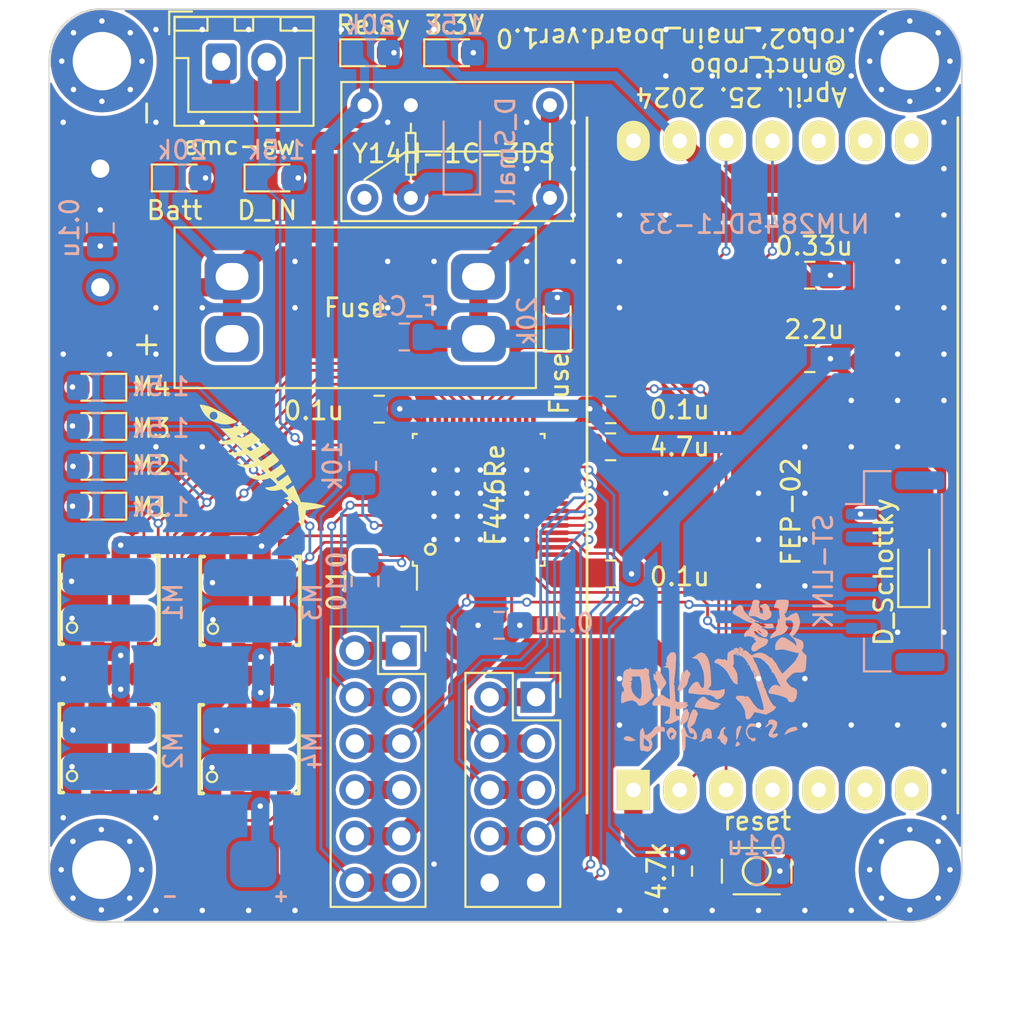
<source format=kicad_pcb>
(kicad_pcb (version 20221018) (generator pcbnew)
  (layers (0 "F.Cu" signal) (31 "B.Cu" signal) (34 "B.Paste" user) (35 "F.Paste" user) (36 "B.SilkS" user "B.Silkscreen") (37 "F.SilkS" user "F.Silkscreen") (38 "B.Mask" user) (39 "F.Mask" user) (44 "Edge.Cuts" user))
  (net 0 "")
  (net 1 "BAT")
  (net 2 "+3.3V")
  (net 3 "Net-(D2-A)")
  (net 4 "Net-(D3-A)")
  (net 5 "Net-(D4-A)")
  (net 6 "Net-(D5-A)")
  (net 7 "Net-(D6-K)")
  (net 8 "Net-(D7-A)")
  (net 9 "Net-(D8-A)")
  (net 10 "Net-(D9-A)")
  (net 11 "Net-(D10-A)")
  (net 12 "Net-(D11-A)")
  (net 13 "Fuse_out")
  (net 14 "U0RXD")
  (net 15 "U0TXD")
  (net 16 "RESET")
  (net 17 "BOOT0")
  (net 18 "+5V")
  (net 19 "EMC_IN")
  (net 20 "SCK")
  (net 21 "MISO")
  (net 22 "MOSI")
  (net 23 "NSS")
  (net 24 "motor1_A")
  (net 25 "motor1_B")
  (net 26 "motor2_A")
  (net 27 "motor2_B")
  (net 28 "motor3_A")
  (net 29 "motor3_B")
  (net 30 "motor4_A")
  (net 31 "motor4_B")
  (net 32 "Relay_out")
  (net 33 "M4FIN")
  (net 34 "M3FIN")
  (net 35 "M2FIN")
  (net 36 "M1FIN")
  (net 40 "FEP_INI")
  (net 41 "FEP_RST")
  (net 46 "PC_6_Serial6TX")
  (net 47 "PC_7_Serial6RX")
  (net 49 "M1RIN")
  (net 50 "M2RIN")
  (net 51 "M3RIN")
  (net 52 "M4RIN")
  (net 53 "Net-(U13-Pin_1)")
  (net 54 "ST-LINK(TX)")
  (net 55 "SWDIO")
  (net 56 "SWCLK")
  (net 57 "Net-(U16-VCAP_1)")
  (net 67 "ST-LINK(RX)")
  (net 88 "GND")
  (footprint "Footprint_nishi:R_0603_1608" (layer "F.Cu") (at 145.6944 117.2264 90)
    (fp_text reference "U8")
    (fp_text value "4.7k")
  )
  (footprint "Footprint_nishi:C_0805_2012" (layer "F.Cu") (at 129.0721 91.916 180)
    (fp_text reference "U18")
    (fp_text value "0.1u")
  )
  (footprint "watanabe_smy:mounting_hole" (layer "F.Cu") (at 113.88 72.85)
    (fp_text reference "REF**")
    (fp_text value "mounting_hole")
  )
  (footprint "watanabe_smy:Y14H-1C-3DS" (layer "F.Cu") (at 128.27 75.262)
    (fp_text reference "U3")
    (fp_text value "~")
  )
  (footprint "Footprint_Monkey:FuseHolder_Carfuse" (layer "F.Cu") (at 127.762 86.36)
    (fp_text reference "F1")
    (fp_text value "Fuse")
  )
  (footprint "LED_SMD:LED_0603_1608Metric_Pad1.05x0.95mm_HandSolder" (layer "F.Cu") (at 128.6 72.39)
    (fp_text reference "D7")
    (fp_text value "Relay")
  )
  (footprint "SOP8:SOP8" (layer "F.Cu") (at 121.9962 102.417999 90)
    (fp_text reference "U6" hide)
    (fp_text value "~")
  )
  (footprint "Connector_PinSocket_2.54mm:PinSocket_2x06_P2.54mm_Vertical" (layer "F.Cu") (at 130.282 105.156)
    (fp_text reference "J2")
    (fp_text value "Conn_02x06_Counter_Clockwise")
  )
  (footprint "Footprint_nishi:C_0805_2012" (layer "F.Cu") (at 141.7629 100.9396 180)
    (fp_text reference "U12")
    (fp_text value "0.1u")
  )
  (footprint "LED_SMD:LED_0603_1608Metric_Pad1.05x0.95mm_HandSolder" (layer "F.Cu") (at 118.2784 79.248)
    (fp_text reference "D3")
    (fp_text value "Batt")
  )
  (footprint "LED_SMD:LED_0603_1608Metric_Pad1.05x0.95mm_HandSolder" (layer "F.Cu") (at 113.554 92.8624 180)
    (fp_text reference "D9")
    (fp_text value "M3")
  )
  (footprint "LED_SMD:LED_0603_1608Metric_Pad1.05x0.95mm_HandSolder" (layer "F.Cu") (at 133.2 72.39)
    (fp_text reference "D2")
    (fp_text value "3.3V")
  )
  (footprint "watanabe_smy:mounting_hole" (layer "F.Cu") (at 158.15 72.85)
    (fp_text reference "REF**")
    (fp_text value "mounting_hole")
  )
  (footprint "Connector_PinSocket_2.54mm:PinSocket_2x05_P2.54mm_Vertical" (layer "F.Cu") (at 137.668 107.696)
    (fp_text reference "J4")
    (fp_text value "Conn_02x05_Counter_Clockwise")
  )
  (footprint "Footprint_Monkey:POWER_PAD" (layer "F.Cu") (at 113.792 81.99 90)
    (fp_text reference "J1")
    (fp_text value "BATT")
  )
  (footprint "Footprint_nishi:tact_sw_smd_skrpabe10" (layer "F.Cu") (at 149.7584 117.2264)
    (fp_text reference "U10")
    (fp_text value "SW_DP3T")
  )
  (footprint "Footprint_nishi:C_0805_2012" (layer "F.Cu") (at 128.2954 101.3515 -90)
    (fp_text reference "U20")
    (fp_text value "0.1u")
  )
  (footprint "watanabe_smy:mounting_hole" (layer "F.Cu") (at 113.85 117.15)
    (fp_text reference "REF**")
    (fp_text value "mounting_hole")
  )
  (footprint "LED_SMD:LED_0603_1608Metric_Pad1.05x0.95mm_HandSolder" (layer "F.Cu") (at 113.554 95.0468 180)
    (fp_text reference "D10")
    (fp_text value "M2")
  )
  (footprint "watanabe_smy:boil_mackerel_10^10" (layer "F.Cu") (at 122.6 95 -45)
    (fp_text reference "G***")
    (fp_text value "LOGO" hide)
  )
  (footprint "Footprint_nishi:C_0805_2012" (layer "F.Cu") (at 141.7611 91.948)
    (fp_text reference "U17")
    (fp_text value "0.1u")
  )
  (footprint "watanabe_smy:mounting_hole" (layer "F.Cu") (at 158.15 117.15)
    (fp_text reference "REF**")
    (fp_text value "mounting_hole")
  )
  (footprint "LED_SMD:LED_0603_1608Metric_Pad1.05x0.95mm_HandSolder" (layer "F.Cu") (at 138.83 87.087 90)
    (fp_text reference "D4")
    (fp_text value "Fuse")
  )
  (footprint "SOP8:SOP8" (layer "F.Cu") (at 114.2746 110.495199 90)
    (fp_text reference "U5" hide)
    (fp_text value "~")
  )
  (footprint "Footprint_nishi:C_0805_2012" (layer "F.Cu") (at 152.6685 84.576 180)
    (fp_text reference "C1")
    (fp_text value "0.33u")
  )
  (footprint "LED_SMD:LED_0603_1608Metric_Pad1.05x0.95mm_HandSolder" (layer "F.Cu") (at 123.3584 79.248)
    (fp_text reference "D5")
    (fp_text value "D_IN")
  )
  (footprint "LED_SMD:LED_0603_1608Metric_Pad1.05x0.95mm_HandSolder" (layer "F.Cu") (at 113.554 97.2312 180)
    (fp_text reference "D11")
    (fp_text value "M1")
  )
  (footprint "SOP8:SOP8" (layer "F.Cu") (at 121.9454 110.5408 90)
    (fp_text reference "U7" hide)
    (fp_text value "~")
  )
  (footprint "Package_QFP:LQFP-64_7x7mm_P0.4mm" (layer "F.Cu") (at 134.5276 96.885 90)
    (fp_text reference "U16")
    (fp_text value "STM32F446RETx-stm32")
  )
  (footprint "Footprint_nishi:smd_diode_SOD-323_HandSoldering_cus10f30" (layer "F.Cu") (at 158.364 100.858 90)
    (fp_text reference "U9")
    (fp_text value "D_Schottky")
  )
  (footprint "Footprint_nishi:C_0805_2012" (layer "F.Cu") (at 141.7519 93.98)
    (fp_text reference "U15")
    (fp_text value "4.7u")
  )
  (footprint "NagaokaFootprint2023:FEP-02_PIN_SOCKET" (layer "F.Cu") (at 150.622 94.996 -90)
    (fp_text reference "U2")
    (fp_text value "FEP-02")
  )
  (footprint "Connector_JST:JST_XH_B2B-XH-A_1x02_P2.50mm_Vertical" (layer "F.Cu") (at 120.416 72.881)
    (fp_text reference "J3")
    (fp_text value "emc-sw")
  )
  (footprint "LED_SMD:LED_0603_1608Metric_Pad1.05x0.95mm_HandSolder" (layer "F.Cu") (at 113.554 90.716 180)
    (fp_text reference "D8")
    (fp_text value "M4")
  )
  (footprint "Footprint_nishi:C_0805_2012" (layer "F.Cu") (at 152.6685 89.148 180)
    (fp_text reference "C2")
    (fp_text value "2.2u")
  )
  (footprint "SOP8:SOP8" (layer "F.Cu") (at 114.2746 102.362 90)
    (fp_text reference "U4" hide)
    (fp_text value "~")
  )
  (footprint "Resistor_SMD:R_0805_2012Metric_Pad1.20x1.40mm_HandSolder" (layer "B.Cu") (at 113.554 92.8624)
    (fp_text reference "R8")
    (fp_text value "1.5k")
  )
  (footprint "Connector_JST:JST_GH_SM06B-GHS-TB_1x06-1MP_P1.25mm_Horizontal" (layer "B.Cu") (at 157.348 100.798 -90)
    (fp_text reference "U13")
    (fp_text value "ST-LINK")
  )
  (footprint "Footprint_nishi:C_0805_2012" (layer "B.Cu") (at 149.7584 117.2264)
    (fp_text reference "U11")
    (fp_text value "0.1u")
  )
  (footprint "watanabe_smy:min_motor" (layer "B.Cu") (at 121.9962 102.417999 90)
    (fp_text reference "J7" hide)
    (fp_text value "motor3")
  )
  (footprint "Capacitor_SMD:C_0805_2012Metric_Pad1.18x1.45mm_HandSolder" (layer "B.Cu") (at 130.448 87.962 180)
    (fp_text reference "F_C1")
    (fp_text value "0.1u")
  )
  (footprint "Resistor_SMD:R_0805_2012Metric_Pad1.20x1.40mm_HandSolder" (layer "B.Cu") (at 113.554 95.0468)
    (fp_text reference "R9")
    (fp_text value "1.5k")
  )
  (footprint "Resistor_SMD:R_0805_2012Metric_Pad1.20x1.40mm_HandSolder" (layer "B.Cu") (at 113.554 97.2312)
    (fp_text reference "R10")
    (fp_text value "1.5k")
  )
  (footprint "Resistor_SMD:R_0805_2012Metric_Pad1.20x1.40mm_HandSolder" (layer "B.Cu") (at 113.554 90.716)
    (fp_text reference "R7")
    (fp_text value "1.5k")
  )
  (footprint "watanabe_smy:min_motor" (layer "B.Cu") (at 114.2746 110.495199 90)
    (fp_text reference "J6" hide)
    (fp_text value "motor2")
  )
  (footprint "watanabe_smy:min_motor" (layer "B.Cu") (at 114.2746 102.362 90)
    (fp_text reference "J5" hide)
    (fp_text value "motor1")
  )
  (footprint "watanabe_smy:min_motor" (layer "B.Cu") (at 121.9454 110.5408 90)
    (fp_text reference "J8" hide)
    (fp_text value "motor4")
  )
  (footprint "Diode_SMD:D_SOD-123" (layer "B.Cu") (at 133.604 77.802 90)
    (fp_text reference "D6")
    (fp_text value locked "D_Small")
  )
  (footprint "Resistor_SMD:R_0805_2012Metric_Pad1.20x1.40mm_HandSolder" (layer "B.Cu") (at 133.2 72.39 180)
    (fp_text reference "R2")
    (fp_text value "1.5k")
  )
  (footprint "Resistor_SMD:R_0805_2012Metric_Pad1.20x1.40mm_HandSolder" (layer "B.Cu") (at 118.2784 79.248 180)
    (fp_text reference "R3")
    (fp_text value "20k")
  )
  (footprint "watanabe_smy:2pad" (layer "B.Cu") (at 120.65 116.84 180)
    (fp_text reference "REF**")
    (fp_text value "2pad")
  )
  (footprint "Capacitor_SMD:C_0805_2012Metric_Pad1.18x1.45mm_HandSolder" (layer "B.Cu") (at 113.792 81.99 90)
    (fp_text reference "B_C1")
    (fp_text value "0.1u")
  )
  (footprint "Resistor_SMD:R_0805_2012Metric_Pad1.20x1.40mm_HandSolder" (layer "B.Cu") (at 128.6 72.39 180)
    (fp_text reference "R6")
    (fp_text value "20k")
  )
  (footprint "Footprint_nishi:C_0805_2012" (layer "B.Cu") (at 128.2954 101.346 -90)
    (fp_text reference "U19")
    (fp_text value "0.1u")
  )
  (footprint "Footprint_nishi:NJM2845DL1-33" (layer "B.Cu") (at 149.606 86.868 180)
    (fp_text reference "U1")
    (fp_text value "NJM2845DL1-33")
  )
  (footprint "Resistor_SMD:R_0805_2012Metric_Pad1.20x1.40mm_HandSolder" (layer "B.Cu") (at 138.83 87.087 90)
    (fp_text reference "R4")
    (fp_text value "20k")
  )
  (footprint "Resistor_SMD:R_0805_2012Metric_Pad1.20x1.40mm_HandSolder" (layer "B.Cu") (at 123.3584 79.248 180)
    (fp_text reference "R5")
    (fp_text value "1.5k")
  )
  (footprint "Footprint_Monkey:RoboticsClub_logo_small" (layer "B.Cu") (at 147.4 106.6)
    (fp_text reference "G***" hide)
    (fp_text value "LOGO" hide)
  )
  (footprint "Resistor_SMD:R_0805_2012Metric_Pad1.20x1.40mm_HandSolder" (layer "B.Cu") (at 128.17 95.02 90)
    (fp_text reference "R1")
    (fp_text value "10k")
  )
  (footprint "Footprint_nishi:C_0805_2012" (layer "B.Cu") (at 135.6415 103.759 180)
    (fp_text reference "U21")
    (fp_text value "0.1u")
  )
  (gr_line (start 123.444 118.618) (end 123.952 118.618) (stroke (width 0.15)) (layer "B.SilkS"))
  (gr_line (start 117.348 118.618) (end 117.856 118.618) (stroke (width 0.15)) (layer "B.SilkS"))
  (gr_line (start 123.698 118.364) (end 123.698 118.872) (stroke (width 0.15)) (layer "B.SilkS"))
  (gr_line (start 115.824 88.392) (end 116.84 88.392) (stroke (width 0.153)) (layer "F.SilkS"))
  (gr_circle (center 131.875227 99.5934) (end 132.075227 99.7934) (stroke (width 0.15)) (fill none) (layer "F.SilkS"))
  (gr_line (start 116.332 75.184) (end 116.332 76.2) (stroke (width 0.153)) (layer "F.SilkS"))
  (gr_line (start 116.332 87.884) (end 116.332 88.9) (stroke (width 0.153)) (layer "F.SilkS"))
  (gr_arc (start 161 117.2) (mid 160.179899 119.179899) (end 158.2 120) (stroke (width 0.1)) (layer "Edge.Cuts"))
  (gr_line (start 161 72.8) (end 161 117.2) (stroke (width 0.1)) (layer "Edge.Cuts"))
  (gr_line (start 113.8 70) (end 158.2 70) (stroke (width 0.1)) (layer "Edge.Cuts"))
  (gr_line (start 111 117.2) (end 111 72.8) (stroke (width 0.1)) (layer "Edge.Cuts"))
  (gr_arc (start 111 72.8) (mid 111.820101 70.820101) (end 113.8 70) (stroke (width 0.1)) (layer "Edge.Cuts"))
  (gr_arc (start 113.8 120) (mid 111.820101 119.179899) (end 111 117.2) (stroke (width 0.1)) (layer "Edge.Cuts"))
  (gr_arc (start 158.2 70) (mid 160.179899 70.820101) (end 161 72.8) (stroke (width 0.1)) (layer "Edge.Cuts"))
  (gr_line (start 158.2 120) (end 113.8 120) (stroke (width 0.1)) (layer "Edge.Cuts"))
  (gr_text "M2" (at 118.364 109.474 90) (layer "B.SilkS") (effects (font (size 1 1) (thickness 0.153)) (justify left bottom mirror)))
  (gr_text "M1" (at 118.364 101.346 90) (layer "B.SilkS") (effects (font (size 1 1) (thickness 0.153)) (justify left bottom mirror)))
  (gr_text "M4" (at 125.984 109.474 90) (layer "B.SilkS") (effects (font (size 1 1) (thickness 0.153)) (justify left bottom mirror)))
  (gr_text "M3" (at 125.984 101.346 90) (layer "B.SilkS") (effects (font (size 1 1) (thickness 0.153)) (justify left bottom mirror)))
  (gr_text "reset" (at 147.828 115.062) (layer "F.SilkS") (effects (font (size 1 1) (thickness 0.153)) (justify left bottom)))
  (gr_text "Y14H-1C-3DS" (at 127.5 78.5) (layer "F.SilkS") (effects (font (size 1 1) (thickness 0.153)) (justify left bottom)))
  (gr_text "2.2u" (at 152.908 88.138) (layer "F.SilkS") (effects (font (size 1 1) (thickness 0.153)) (justify bottom)))
  (gr_text "April. 25. 2024\n@nnct_robo\nrobo2'_main_board.ver1.0" (at 154.8 71 180) (layer "F.SilkS") (effects (font (size 1 1) (thickness 0.153)) (justify left bottom)))
  (gr_text "0.33u" (at 152.908 83.566) (layer "F.SilkS") (effects (font (size 1 1) (thickness 0.153)) (justify bottom)))
  (gr_text "F446Re" (at 136 99.5 90) (layer "F.SilkS") (effects (font (size 1 1) (thickness 0.153)) (justify left bottom)))
  (segment (start 121.012 84.66) (end 123.376 82.296) (width 1) (layer "F.Cu") (net 1))
  (segment (start 113.792 85.24) (end 120.432 85.24) (width 1) (layer "F.Cu") (net 1))
  (segment (start 120.432 85.24) (end 121.012 84.66) (width 1) (layer "F.Cu") (net 1))
  (segment (start 123.376 82.296) (end 151.526 82.296) (width 1) (layer "F.Cu") (net 1))
  (segment (start 121.012 88.06) (end 121.012 84.66) (width 1) (layer "F.Cu") (net 1))
  (segment (start 153.797 84.582) (end 153.812 84.582) (width 1) (layer "F.Cu") (net 1))
  (segment (start 153.797 84.567) (end 153.797 84.582) (width 1) (layer "F.Cu") (net 1))
  (segment (start 151.526 82.296) (end 153.797 84.567) (width 1) (layer "F.Cu") (net 1))
  (segment (start 153.812 84.582) (end 153.806 84.576) (width 1) (layer "F.Cu") (net 1))
  (via (at 113.792 82.9818) (size 0.5) (drill 0.3) (layers "F.Cu" "B.Cu") (net 1))
  (via (at 153.797 84.582) (size 0.5) (drill 0.3) (layers "F.Cu" "B.Cu") (net 1))
  (segment (start 121.012 84.66) (end 117.2784 80.9264) (width 0.5) (layer "B.Cu") (net 1))
  (segment (start 117.2784 80.9264) (end 117.2784 79.248) (width 0.5) (layer "B.Cu") (net 1))
  (segment (start 145 105.884) (end 145 110.778) (width 1) (layer "F.Cu") (net 2))
  (segment (start 153.806 89.148) (end 159.893 95.235) (width 0.5) (layer "F.Cu") (net 2))
  (segment (start 149.098 80.772) (end 145.542 77.216) (width 1) (layer "F.Cu") (net 2))
  (segment (start 128.6244 99.885) (end 130.3526 99.885) (width 0.15) (layer "F.Cu") (net 2))
  (segment (start 133.4008 105.156) (end 128.4588 100.214) (width 1) (layer "F.Cu") (net 2))
  (segment (start 128.4588 100.214) (end 128.2954 100.214) (width 1) (layer "F.Cu") (net 2))
  (segment (start 155.7528 87.2012) (end 155.7528 83.312) (width 1) (layer "F.Cu") (net 2))
  (segment (start 133.35 107.188) (end 136.779 103.759) (width 1) (layer "F.Cu") (net 2))
  (segment (start 142.875 103.759) (end 145 105.884) (width 1) (layer "F.Cu") (net 2))
  (segment (start 130.3526 99.885) (end 130.485 99.885) (width 0.15) (layer "F.Cu") (net 2))
  (segment (start 159.893 95.235) (end 159.893 100.579) (width 0.5) (layer "F.Cu") (net 2))
  (segment (start 136.3276 103.3076) (end 136.779 103.759) (width 0.15) (layer "F.Cu") (net 2))
  (segment (start 131.5276 100.9276) (end 131.5276 101.06) (width 0.15) (layer "F.Cu") (net 2))
  (segment (start 130.2096 91.916) (end 130.2004 91.8972) (width 0.3) (layer "F.Cu") (net 2))
  (segment (start 127.742 115.316) (end 130.282 115.316) (width 1) (layer "F.Cu") (net 2))
  (segment (start 143.002 112.776) (end 143.002 115.5965) (width 1) (layer "F.Cu") (net 2))
  (segment (start 159.893 100.579) (end 158.364 102.108) (width 0.5) (layer "F.Cu") (net 2))
  (segment (start 130.6586 91.916) (end 131.4526 92.71) (width 0.3) (layer "F.Cu") (net 2))
  (segment (start 133.35 112.248) (end 133.35 107.188) (width 1) (layer "F.Cu") (net 2))
  (segment (start 136.779 103.759) (end 142.875 103.759) (width 1) (layer "F.Cu") (net 2))
  (segment (start 130.282 115.316) (end 133.35 112.248) (width 1) (layer "F.Cu") (net 2))
  (segment (start 153.806 89.148) (end 155.7528 87.2012) (width 1) (layer "F.Cu") (net 2))
  (segment (start 139.725 99.085) (end 138.7026 99.085) (width 0.15) (layer "F.Cu") (net 2))
  (segment (start 130.3526 99.885) (end 130.3526 100.2794) (width 0.15) (layer "F.Cu") (net 2))
  (segment (start 143.002 115.5965) (end 145.6944 118.2889) (width 1) (layer "F.Cu") (net 2))
  (segment (start 142.9004 100.9396) (end 141.7828 99.822) (width 0.15) (layer "F.Cu") (net 2))
  (segment (start 141.7828 99.822) (end 140.462 99.822) (width 0.15) (layer "F.Cu") (net 2))
  (segment (start 130.3526 100.2794) (end 130.302 100.33) (width 0.15) (layer "F.Cu") (net 2))
  (segment (start 145 110.778) (end 143.002 112.776) (width 1) (layer "F.Cu") (net 2))
  (segment (start 130.485 99.885) (end 131.5276 100.9276) (width 0.15) (layer "F.Cu") (net 2))
  (segment (start 130.2004 91.8972) (end 130.6586 91.916) (width 0.3) (layer "F.Cu") (net 2))
  (segment (start 140.462 99.822) (end 139.725 99.085) (width 0.15) (layer "F.Cu") (net 2))
  (segment (start 153.2128 80.772) (end 149.098 80.772) (width 1) (layer "F.Cu") (net 2))
  (segment (start 140.6236 91.948) (end 140.6236 91.964) (width 0.3) (layer "F.Cu") (net 2))
  (segment (start 155.7528 83.312) (end 153.2128 80.772) (width 1) (layer "F.Cu") (net 2))
  (segment (start 136.3276 101.06) (end 136.3276 103.3076) (width 0.15) (layer "F.Cu") (net 2))
  (segment (start 135.382 105.156) (end 133.4008 105.156) (width 1) (layer "F.Cu") (net 2))
  (segment (start 140.6236 91.964) (end 138.7776 93.81) (width 0.3) (layer "F.Cu") (net 2))
  (via (at 153.797 89.154) (size 0.5) (drill 0.3) (layers "F.Cu" "B.Cu") (net 2))
  (via (at 142.9004 100.9396) (size 0.5) (drill 0.3) (layers "F.Cu" "B.Cu") (net 2))
  (via (at 130.2004 91.8972) (size 0.5) (drill 0.3) (layers "F.Cu" "B.Cu") (net 2))
  (via (at 136.779 103.759) (size 0.5) (drill 0.3) (layers "F.Cu" "B.Cu") (net 2))
  (via (at 140.6144 91.8972) (size 0.5) (drill 0.3) (layers "F.Cu" "B.Cu") (net 2))
  (via (at 130.302 100.33) (size 0.5) (drill 0.3) (layers "F.Cu" "B.Cu") (net 2))
  (segment (start 140.6144 91.8972) (end 142.5448 93.8276) (width 1) (layer "B.Cu") (net 2))
  (segment (start 142.9004 100.0536) (end 145.034 97.92) (width 1) (layer "B.Cu") (net 2))
  (segment (start 130.2004 91.8972) (end 140.6144 91.8972) (width 1) (layer "B.Cu") (net 2))
  (segment (start 145.034 97.92) (end 153.797 89.157) (width 1) (layer "B.Cu") (net 2))
  (segment (start 145.034 110.744) (end 143.002 112.776) (width 1) (layer "B.Cu") (net 2))
  (segment (start 141.986 73.66) (end 145.542 77.216) (width 0.5) (layer "B.Cu") (net 2))
  (segment (start 145.034 105.918) (end 145.034 97.92) (width 1) (layer "B.Cu") (net 2))
  (segment (start 142.5448 93.8276) (end 149.1264 93.8276) (width 1) (layer "B.Cu") (net 2))
  (segment (start 153.797 89.157) (end 153.797 89.154) (width 1) (layer "B.Cu") (net 2))
  (segment (start 153.797 89.154) (end 153.8 89.154) (width 1) (layer "B.Cu") (net 2))
  (segment (start 133.47 73.66) (end 141.986 73.66) (width 0.5) (layer "B.Cu") (net 2))
  (segment (start 145.034 105.918) (end 145.034 110.744) (width 1) (layer "B.Cu") (net 2))
  (segment (start 132.2 72.39) (end 133.47 73.66) (width 0.5) (layer "B.Cu") (net 2))
  (segment (start 153.8 89.154) (end 153.806 89.148) (width 1) (layer "B.Cu") (net 2))
  (segment (start 142.9004 100.9396) (end 142.9004 100.0536) (width 1) (layer "B.Cu") (net 2))
  (segment (start 128.2954 100.2085) (end 130.1805 100.2085) (width 0.15) (layer "B.Cu") (net 2))
  (segment (start 130.1805 100.2085) (end 130.302 100.33) (width 0.15) (layer "B.Cu") (net 2))
  (via (at 134.232 72.39) (size 0.5) (drill 0.3) (layers "F.Cu" "B.Cu") (net 3))
  (via (at 119.5578 79.248) (size 0.5) (drill 0.3) (layers "F.Cu" "B.Cu") (net 4))
  (via (at 138.8364 85.8012) (size 0.5) (drill 0.3) (layers "F.Cu" "B.Cu") (net 5))
  (via (at 124.6378 79.248) (size 0.5) (drill 0.3) (layers "F.Cu" "B.Cu") (net 6))
  (segment (start 120.416 74.95) (end 122.682 77.216) (width 1) (layer "F.Cu") (net 7))
  (segment (start 127.762 77.216) (end 130.81 80.264) (width 1) (layer "F.Cu") (net 7))
  (segment (start 122.682 77.216) (end 127.762 77.216) (width 1) (layer "F.Cu") (net 7))
  (segment (start 130.81 80.264) (end 130.81 80.342) (width 1) (layer "F.Cu") (net 7))
  (segment (start 120.416 72.881) (end 120.416 74.95) (width 1) (layer "F.Cu") (net 7))
  (segment (start 130.81 80.342) (end 131.7 79.452) (width 1) (layer "B.Cu") (net 7))
  (segment (start 131.7 79.452) (end 133.604 79.452) (width 1) (layer "B.Cu") (net 7))
  (via (at 129.884 72.39) (size 0.5) (drill 0.3) (layers "F.Cu" "B.Cu") (net 8))
  (via (at 112.268 90.7034) (size 0.5) (drill 0.3) (layers "F.Cu" "B.Cu") (net 9))
  (via (at 112.268 92.837) (size 0.5) (drill 0.3) (layers "F.Cu" "B.Cu") (net 10))
  (via (at 112.2934 95.0468) (size 0.5) (drill 0.3) (layers "F.Cu" "B.Cu") (net 11))
  (via (at 112.268 97.2312) (size 0.5) (drill 0.3) (layers "F.Cu" "B.Cu") (net 12))
  (segment (start 134.512 84.66) (end 134.512 88.06) (width 1) (layer "F.Cu") (net 13))
  (segment (start 134.512 84.26) (end 134.512 84.66) (width 1) (layer "F.Cu") (net 13))
  (segment (start 138.43 75.262) (end 138.43 80.342) (width 1) (layer "F.Cu") (net 13))
  (segment (start 138.43 80.742) (end 134.512 84.66) (width 1) (layer "B.Cu") (net 13))
  (segment (start 138.803 88.06) (end 138.83 88.087) (width 1) (layer "B.Cu") (net 13))
  (segment (start 134.512 88.06) (end 131.5835 88.06) (width 1) (layer "B.Cu") (net 13))
  (segment (start 131.5835 88.06) (end 131.4855 87.962) (width 1) (layer "B.Cu") (net 13))
  (segment (start 134.512 88.06) (end 138.803 88.06) (width 1) (layer "B.Cu") (net 13))
  (segment (start 138.43 80.342) (end 138.43 80.742) (width 1) (layer "B.Cu") (net 13))
  (segment (start 127.4826 97.1804) (end 129.159 97.1804) (width 0.15) (layer "F.Cu") (net 14))
  (segment (start 127.742 105.156) (end 130.282 105.156) (width 1) (layer "F.Cu") (net 14))
  (segment (start 129.159 97.1804) (end 129.4636 97.485) (width 0.15) (layer "F.Cu") (net 14))
  (segment (start 129.4636 97.485) (end 130.3526 97.485) (width 0.15) (layer "F.Cu") (net 14))
  (via (at 127.4826 97.1804) (size 0.5) (drill 0.3) (layers "F.Cu" "B.Cu") (net 14))
  (segment (start 127.4826 97.1804) (end 127 97.663) (width 0.15) (layer "B.Cu") (net 14))
  (segment (start 127 97.663) (end 127 104.414) (width 0.15) (layer "B.Cu") (net 14))
  (segment (start 127 104.414) (end 127.742 105.156) (width 0.15) (layer "B.Cu") (net 14))
  (segment (start 129.3556 97.885) (end 130.3526 97.885) (width 0.15) (layer "F.Cu") (net 15))
  (segment (start 127.742 107.696) (end 130.282 107.696) (width 1) (layer "F.Cu") (net 15))
  (segment (start 129.2098 97.7392) (end 129.3556 97.885) (width 0.15) (layer "F.Cu") (net 15))
  (segment (start 127.0508 97.7392) (end 129.2098 97.7392) (width 0.15) (layer "F.Cu") (net 15))
  (segment (start 126.4666 98.3234) (end 127.0508 97.7392) (width 0.15) (layer "F.Cu") (net 15))
  (via (at 126.4666 98.3234) (size 0.5) (drill 0.3) (layers "F.Cu" "B.Cu") (net 15))
  (segment (start 126.472 106.426) (end 127.742 107.696) (width 0.15) (layer "B.Cu") (net 15))
  (segment (start 126.4666 98.3234) (end 126.4666 106.426) (width 0.15) (layer "B.Cu") (net 15))
  (segment (start 126.4666 106.426) (end 126.472 106.426) (width 0.15) (layer "B.Cu") (net 15))
  (segment (start 145.923 102.489) (end 143.129 102.489) (width 0.15) (layer "F.Cu") (net 16))
  (segment (start 147.4584 115.9764) (end 145.8976 115.9764) (width 0.5) (layer "F.Cu") (net 16))
  (segment (start 137.16 102.489) (end 143.0782 102.489) (width 0.15) (layer "F.Cu") (net 16))
  (segment (start 152.0584 115.9764) (end 147.4584 115.9764) (width 0.5) (layer "F.Cu") (net 16))
  (segment (start 133.858 102.489) (end 133.9276 102.4194) (width 0.15) (layer "F.Cu") (net 16))
  (segment (start 145.8976 115.9764) (end 145.6944 116.1796) (width 0.5) (layer "F.Cu") (net 16))
  (segment (start 152.0584 115.9764) (end 151.0284 117.0064) (width 0.5) (layer "F.Cu") (net 16))
  (segment (start 151.0284 117.221) (end 151.0284 117.2264) (width 0.5) (layer "F.Cu") (net 16))
  (segment (start 146.05 102.616) (end 145.923 102.489) (width 0.15) (layer "F.Cu") (net 16))
  (segment (start 127.742 110.236) (end 130.282 110.236) (width 1) (layer "F.Cu") (net 16))
  (segment (start 133.9276 102.4194) (end 133.9276 101.06) (width 0.15) (layer "F.Cu") (net 16))
  (segment (start 151.0284 117.0064) (end 151.0284 117.221) (width 0.5) (layer "F.Cu") (net 16))
  (segment (start 145.6944 116.1796) (end 145.8819 115.9764) (width 0.5) (layer "F.Cu") (net 16))
  (via (at 133.858 102.489) (size 0.5) (drill 0.3) (layers "F.Cu" "B.Cu") (net 16))
  (via (at 145.6944 116.1796) (size 0.5) (drill 0.3) (layers "F.Cu" "B.Cu") (net 16))
  (via (at 137.16 102.489) (size 0.5) (drill 0.3) (layers "F.Cu" "B.Cu") (net 16))
  (via (at 146.05 102.616) (size 0.5) (drill 0.3) (layers "F.Cu" "B.Cu") (net 16))
  (via (at 151.0284 117.221) (size 0.5) (drill 0.3) (layers "F.Cu" "B.Cu") (net 16))
  (via (at 143.129 102.489) (size 0.5) (drill 0.3) (layers "F.Cu" "B.Cu") (net 16))
  (segment (start 141.6812 114.7572) (end 143.1036 116.1796) (width 0.15) (layer "B.Cu") (net 16))
  (segment (start 146.107 102.673) (end 155.498 102.673) (width 0.15) (layer "B.Cu") (net 16))
  (segment (start 143.129 102.489) (end 141.6812 103.9368) (width 0.15) (layer "B.Cu") (net 16))
  (segment (start 133.858 102.489) (end 137.16 102.489) (width 0.15) (layer "B.Cu") (net 16))
  (segment (start 146.05 102.616) (end 146.107 102.673) (width 0.15) (layer "B.Cu") (net 16))
  (segment (start 133.858 102.489) (end 133.0452 103.3018) (width 0.15) (layer "B.Cu") (net 16))
  (segment (start 133.0452 103.3018) (end 133.0452 107.4728) (width 0.15) (layer "B.Cu") (net 16))
  (segment (start 133.0452 107.4728) (end 130.282 110.236) (width 0.15) (layer "B.Cu") (net 16))
  (segment (start 143.1036 116.1796) (end 145.6944 116.1796) (width 0.15) (layer "B.Cu") (net 16))
  (segment (start 141.6812 103.9368) (end 141.6812 114.7572) (width 0.15) (layer "B.Cu") (net 16))
  (segment (start 127.742 117.856) (end 130.282 117.856) (width 1) (layer "F.Cu") (net 17))
  (segment (start 130.3526 98.285) (end 128.8034 98.285) (width 0.15) (layer "F.Cu") (net 17))
  (via (at 128.8034 98.285) (size 0.5) (drill 0.3) (layers "F.Cu" "B.Cu") (net 17))
  (segment (start 127.742 117.856) (end 125.88 115.994) (width 0.15) (layer "B.Cu") (net 17))
  (segment (start 128.17 96.02) (end 128.17 97.6516) (width 0.15) (layer "B.Cu") (net 17))
  (segment (start 125.88 115.994) (end 125.88 97.8) (width 0.15) (layer "B.Cu") (net 17))
  (segment (start 125.88 97.8) (end 127.66 96.02) (width 0.15) (layer "B.Cu") (net 17))
  (segment (start 128.17 97.6516) (end 128.8034 98.285) (width 0.15) (layer "B.Cu") (net 17))
  (segment (start 127.66 96.02) (end 128.17 96.02) (width 0.15) (layer "B.Cu") (net 17))
  (segment (start 127.742 112.776) (end 130.282 112.776) (width 1) (layer "F.Cu") (net 18))
  (segment (start 124.873 93.885) (end 130.3394 93.885) (width 0.15) (layer "F.Cu") (net 19))
  (segment (start 124.46 93.472) (end 124.873 93.885) (width 0.15) (layer "F.Cu") (net 19))
  (via (at 124.46 93.472) (size 0.5) (drill 0.3) (layers "F.Cu" "B.Cu") (net 19))
  (segment (start 123.6472 80.5368) (end 122.3584 79.248) (width 0.15) (layer "B.Cu") (net 19))
  (segment (start 122.916 78.6904) (end 122.3584 79.248) (width 1) (layer "B.Cu") (net 19))
  (segment (start 123.6472 92.6592) (end 123.6472 80.5368) (width 0.15) (layer "B.Cu") (net 19))
  (segment (start 124.46 93.472) (end 123.6472 92.6592) (width 0.15) (layer "B.Cu") (net 19))
  (segment (start 122.916 72.881) (end 122.916 78.6904) (width 1) (layer "B.Cu") (net 19))
  (segment (start 135.128 107.696) (end 137.668 107.696) (width 1) (layer "F.Cu") (net 20))
  (segment (start 140.5636 98.298) (end 140.5506 98.285) (width 0.15) (layer "F.Cu") (net 20))
  (segment (start 140.5506 98.285) (end 138.7026 98.285) (width 0.15) (layer "F.Cu") (net 20))
  (via (at 140.5636 98.298) (size 0.5) (drill 0.3) (layers "F.Cu" "B.Cu") (net 20))
  (segment (start 138.684 100.1776) (end 138.684 106.68) (width 0.15) (layer "B.Cu") (net 20))
  (segment (start 138.684 106.68) (end 137.668 107.696) (width 0.15) (layer "B.Cu") (net 20))
  (segment (start 140.5636 98.298) (end 138.684 100.1776) (width 0.15) (layer "B.Cu") (net 20))
  (segment (start 135.128 110.236) (end 137.668 110.236) (width 1) (layer "F.Cu") (net 21))
  (segment (start 140.5636 97.536) (end 140.2146 97.885) (width 0.15) (layer "F.Cu") (net 21))
  (segment (start 140.2146 97.885) (end 138.7026 97.885) (width 0.15) (layer "F.Cu") (net 21))
  (via (at 140.5636 97.536) (size 0.5) (drill 0.3) (layers "F.Cu" "B.Cu") (net 21))
  (segment (start 137.033 106.1212) (end 134.8994 106.1212) (width 0.15) (layer "B.Cu") (net 21))
  (segment (start 140.5636 97.536) (end 139.4968 97.536) (width 0.15) (layer "B.Cu") (net 21))
  (segment (start 133.858 107.1626) (end 133.858 108.966) (width 0.15) (layer "B.Cu") (net 21))
  (segment (start 134.8994 106.1212) (end 133.858 107.1626) (width 0.15) (layer "B.Cu") (net 21))
  (segment (start 138.2776 98.7552) (end 138.2776 104.8766) (width 0.15) (layer "B.Cu") (net 21))
  (segment (start 139.4968 97.536) (end 138.2776 98.7552) (width 0.15) (layer "B.Cu") (net 21))
  (segment (start 133.858 108.966) (end 135.128 110.236) (width 0.15) (layer "B.Cu") (net 21))
  (segment (start 138.2776 104.8766) (end 137.033 106.1212) (width 0.15) (layer "B.Cu") (net 21))
  (segment (start 140.5636 96.774) (end 139.8526 97.485) (width 0.15) (layer "F.Cu") (net 22))
  (segment (start 139.8526 97.485) (end 138.7026 97.485) (width 0.15) (layer "F.Cu") (net 22))
  (segment (start 137.668 112.776) (end 135.128 112.776) (width 1) (layer "F.Cu") (net 22))
  (via (at 140.5636 96.774) (size 0.5) (drill 0.3) (layers "F.Cu" "B.Cu") (net 22))
  (segment (start 137.922 104.5464) (end 136.8044 105.664) (width 0.15) (layer "B.Cu") (net 22))
  (segment (start 136.8044 105.664) (end 134.7216 105.664) (width 0.15) (layer "B.Cu") (net 22))
  (segment (start 137.922 98.6028) (end 137.922 104.5464) (width 0.15) (layer "B.Cu") (net 22))
  (segment (start 134.7216 105.664) (end 133.4516 106.934) (width 0.15) (layer "B.Cu") (net 22))
  (segment (start 133.4516 106.934) (end 133.4516 111.0996) (width 0.15) (layer "B.Cu") (net 22))
  (segment (start 133.4516 111.0996) (end 135.128 112.776) (width 0.15) (layer "B.Cu") (net 22))
  (segment (start 140.5636 96.774) (end 139.7508 96.774) (width 0.15) (layer "B.Cu") (net 22))
  (segment (start 139.7508 96.774) (end 137.922 98.6028) (width 0.15) (layer "B.Cu") (net 22))
  (segment (start 140.5636 99.06) (end 140.1886 98.685) (width 0.15) (layer "F.Cu") (net 23))
  (segment (start 140.1886 98.685) (end 138.7026 98.685) (width 0.15) (layer "F.Cu") (net 23))
  (segment (start 137.668 115.316) (end 135.128 115.316) (width 1) (layer "F.Cu") (net 23))
  (via (at 140.5636 99.06) (size 0.5) (drill 0.3) (layers "F.Cu" "B.Cu") (net 23))
  (segment (start 140.1064 112.8776) (end 137.668 115.316) (width 0.15) (layer "B.Cu") (net 23))
  (segment (start 140.1064 99.5172) (end 140.1064 112.8776) (width 0.15) (layer "B.Cu") (net 23))
  (segment (start 140.5636 99.06) (end 140.1064 99.5172) (width 0.15) (layer "B.Cu") (net 23))
  (segment (start 112.2426 105.084999) (end 112.2426 103.378) (width 1) (layer "F.Cu") (net 24))
  (segment (start 112.3696 105.211999) (end 112.2426 105.084999) (width 1) (layer "F.Cu") (net 24))
  (via (at 112.2426 103.378) (size 0.5) (drill 0.3) (layers "F.Cu" "B.Cu") (net 24))
  (segment (start 113.6396 99.512001) (end 113.6396 100.457) (width 1) (layer "F.Cu") (net 25))
  (segment (start 112.7506 101.346) (end 112.2172 101.346) (width 1) (layer "F.Cu") (net 25))
  (segment (start 113.6396 100.457) (end 112.7506 101.346) (width 1) (layer "F.Cu") (net 25))
  (segment (start 112.2172 101.346) (end 112.2426 101.346) (width 1) (layer "F.Cu") (net 25))
  (via (at 112.2172 101.346) (size 0.5) (drill 0.3) (layers "F.Cu" "B.Cu") (net 25))
  (segment (start 112.2426 111.506) (end 112.2426 111.511199) (width 1) (layer "F.Cu") (net 26))
  (segment (start 112.2426 113.218198) (end 112.2426 111.506) (width 1) (layer "F.Cu") (net 26))
  (segment (start 112.3696 113.345198) (end 112.2426 113.218198) (width 1) (layer "F.Cu") (net 26))
  (via (at 112.2426 111.506) (size 0.5) (drill 0.3) (layers "F.Cu" "B.Cu") (net 26))
  (segment (start 112.2934 109.4994) (end 112.273199 109.479199) (width 1) (layer "F.Cu") (net 27))
  (segment (start 113.6396 108.463199) (end 112.6236 109.479199) (width 1) (layer "F.Cu") (net 27))
  (segment (start 112.313601 109.479199) (end 112.2934 109.4994) (width 1) (layer "F.Cu") (net 27))
  (segment (start 112.6236 109.479199) (end 112.313601 109.479199) (width 1) (layer "F.Cu") (net 27))
  (segment (start 112.273199 109.479199) (end 112.2426 109.479199) (width 1) (layer "F.Cu") (net 27))
  (segment (start 113.6396 107.6452) (end 113.6396 108.463199) (width 1) (layer "F.Cu") (net 27))
  (via (at 112.2934 109.4994) (size 0.5) (drill 0.3) (layers "F.Cu" "B.Cu") (net 27))
  (segment (start 119.9642 103.4542) (end 119.9642 103.433999) (width 1) (layer "F.Cu") (net 28))
  (segment (start 119.9642 105.140998) (end 119.9642 103.4542) (width 1) (layer "F.Cu") (net 28))
  (segment (start 120.0912 105.267998) (end 119.9642 105.140998) (width 1) (layer "F.Cu") (net 28))
  (via (at 119.9642 103.4542) (size 0.5) (drill 0.3) (layers "F.Cu" "B.Cu") (net 28))
  (segment (start 121.3612 100.512999) (end 120.4722 101.401999) (width 1) (layer "F.Cu") (net 29))
  (segment (start 121.3612 99.568) (end 121.3612 100.512999) (width 1) (layer "F.Cu") (net 29))
  (segment (start 119.984401 101.401999) (end 119.9388 101.4222) (width 1) (layer "F.Cu") (net 29))
  (segment (start 120.4722 101.401999) (end 119.984401 101.401999) (width 1) (layer "F.Cu") (net 29))
  (segment (start 119.943999 101.401999) (end 119.9642 101.401999) (width 1) (layer "F.Cu") (net 29))
  (segment (start 119.9388 101.4222) (end 119.943999 101.401999) (width 1) (layer "F.Cu") (net 29))
  (via (at 119.9388 101.4222) (size 0.5) (drill 0.3) (layers "F.Cu" "B.Cu") (net 29))
  (segment (start 120.0404 113.390799) (end 119.9134 113.263799) (width 1) (layer "F.Cu") (net 30))
  (segment (start 119.9134 113.263799) (end 119.9134 111.5568) (width 1) (layer "F.Cu") (net 30))
  (via (at 119.9134 111.5568) (size 0.5) (drill 0.3) (layers "F.Cu" "B.Cu") (net 30))
  (segment (start 121.3104 107.690801) (end 121.3104 108.3818) (width 1) (layer "F.Cu") (net 31))
  (segment (start 121.3104 108.3818) (end 120.1674 109.5248) (width 1) (layer "F.Cu") (net 31))
  (via (at 120.1674 109.5248) (size 0.5) (drill 0.3) (layers "F.Cu" "B.Cu") (net 31))
  (segment (start 114.9096 99.3648) (end 114.9096 105.2068) (width 1) (layer "F.Cu") (net 32))
  (segment (start 114.9096 99.512001) (end 114.9096 99.3648) (width 1) (layer "F.Cu") (net 32))
  (segment (start 113.6396 105.211999) (end 114.9096 105.211999) (width 1) (layer "F.Cu") (net 32))
  (segment (start 122.6312 99.4156) (end 122.6312 105.267998) (width 1) (layer "F.Cu") (net 32))
  (segment (start 114.9096 107.6452) (end 114.9096 113.345198) (width 1) (layer "F.Cu") (net 32))
  (segment (start 122.5804 107.690801) (end 122.5804 107.442) (width 1) (layer "F.Cu") (net 32))
  (segment (start 121.3612 105.267998) (end 122.6312 105.267998) (width 1) (layer "F.Cu") (net 32))
  (segment (start 113.6396 113.345198) (end 114.9096 113.345198) (width 1) (layer "F.Cu") (net 32))
  (segment (start 114.9096 105.2068) (end 114.9096 105.211999) (width 1) (layer "F.Cu") (net 32))
  (segment (start 122.6312 99.568) (end 122.6312 99.4156) (width 1) (layer "F.Cu") (net 32))
  (segment (start 122.5804 107.442) (end 122.5804 113.390799) (width 1) (layer "F.Cu") (net 32))
  (segment (start 122.5804 113.390799) (end 121.3104 113.390799) (width 1) (layer "F.Cu") (net 32))
  (via (at 114.9096 99.3648) (size 0.5) (drill 0.3) (layers "F.Cu" "B.Cu") (net 32))
  (via (at 114.9096 107.2642) (size 0.5) (drill 0.3) (layers "F.Cu" "B.Cu") (net 32))
  (via (at 122.6312 99.4156) (size 0.5) (drill 0.3) (layers "F.Cu" "B.Cu") (net 32))
  (via (at 114.9096 105.41) (size 0.5) (drill 0.3) (layers "F.Cu" "B.Cu") (net 32))
  (via (at 122.555 113.665) (size 0.5) (drill 0.3) (layers "F.Cu" "B.Cu") (net 32))
  (via (at 122.5804 107.442) (size 0.5) (drill 0.3) (layers "F.Cu" "B.Cu") (net 32))
  (via (at 122.6058 105.4862) (size 0.5) (drill 0.3) (layers "F.Cu" "B.Cu") (net 32))
  (segment (start 122.6058 105.4862) (end 122.6058 107.4166) (width 1) (layer "B.Cu") (net 32))
  (segment (start 114.9096 99.3648) (end 122.5804 99.3648) (width 1) (layer "B.Cu") (net 32))
  (segment (start 122.6058 107.4166) (end 122.5804 107.442) (width 1) (layer "B.Cu") (net 32))
  (segment (start 114.9096 105.3592) (end 114.9096 105.41) (width 1) (layer "B.Cu") (net 32))
  (segment (start 122.555 116.459) (end 122.174 116.84) (width 1) (layer "B.Cu") (net 32))
  (segment (start 122.555 113.665) (end 122.555 116.459) (width 1) (layer "B.Cu") (net 32))
  (segment (start 126.0856 77.4464) (end 126.0856 95.9104) (width 1) (layer "B.Cu") (net 32))
  (segment (start 126.0856 95.9104) (end 122.6312 99.3648) (width 1) (layer "B.Cu") (net 32))
  (segment (start 114.9096 105.41) (end 114.9096 107.2642) (width 1) (layer "B.Cu") (net 32))
  (segment (start 122.5804 99.3648) (end 122.6312 99.3648) (width 1) (layer "B.Cu") (net 32))
  (segment (start 128.27 73.06) (end 127.6 72.39) (width 0.5) (layer "B.Cu") (net 32))
  (segment (start 128.27 75.262) (end 128.27 73.06) (width 0.5) (layer "B.Cu") (net 32))
  (segment (start 128.27 75.262) (end 126.0856 77.4464) (width 1) (layer "B.Cu") (net 32))
  (segment (start 138.7856 119.7356) (end 126.3396 119.7356) (width 0.15) (layer "F.Cu") (net 33))
  (segment (start 123.8504 113.6904) (end 123.8504 113.390799) (width 0.15) (layer "F.Cu") (net 33))
  (segment (start 140.5636 95.25) (end 140.3986 95.085) (width 0.15) (layer "F.Cu") (net 33))
  (segment (start 118.2624 99.9236) (end 118.2624 113.2332) (width 0.15) (layer "F.Cu") (net 33))
  (segment (start 123.0884 114.4524) (end 123.8504 113.6904) (width 0.15) (layer "F.Cu") (net 33))
  (segment (start 126.3396 119.7356) (end 123.8504 117.2464) (width 0.15) (layer "F.Cu") (net 33))
  (segment (start 123.8504 117.2464) (end 123.8504 113.390799) (width 0.15) (layer "F.Cu") (net 33))
  (segment (start 141.224 117.2972) (end 138.7856 119.7356) (width 0.15) (layer "F.Cu") (net 33))
  (segment (start 121.666 96.52) (end 118.2624 99.9236) (width 0.15) (layer "F.Cu") (net 33))
  (segment (start 118.2624 113.2332) (end 119.4816 114.4524) (width 0.15) (layer "F.Cu") (net 33))
  (segment (start 140.3986 95.085) (end 138.7026 95.085) (width 0.15) (layer "F.Cu") (net 33))
  (segment (start 119.4816 114.4524) (end 123.0884 114.4524) (width 0.15) (layer "F.Cu") (net 33))
  (via (at 140.5636 95.25) (size 0.5) (drill 0.3) (layers "F.Cu" "B.Cu") (net 33))
  (via (at 141.224 117.2972) (size 0.5) (drill 0.3) (layers "F.Cu" "B.Cu") (net 33))
  (via (at 121.666 96.52) (size 0.5) (drill 0.3) (layers "F.Cu" "B.Cu") (net 33))
  (segment (start 141.9352 102.4128) (end 141.224 103.124) (width 0.15) (layer "B.Cu") (net 33))
  (segment (start 141.9352 96.6216) (end 141.9352 102.4128) (width 0.15) (layer "B.Cu") (net 33))
  (segment (start 122.936 94.488) (end 119.164 90.716) (width 0.15) (layer "B.Cu") (net 33))
  (segment (start 140.5636 95.25) (end 141.9352 96.6216) (width 0.15) (layer "B.Cu") (net 33))
  (segment (start 141.224 103.124) (end 141.224 117.2972) (width 0.15) (layer "B.Cu") (net 33))
  (segment (start 121.666 96.52) (end 122.936 95.25) (width 0.15) (layer "B.Cu") (net 33))
  (segment (start 122.936 95.25) (end 122.936 94.488) (width 0.15) (layer "B.Cu") (net 33))
  (segment (start 119.164 90.716) (end 114.554 90.716) (width 0.15) (layer "B.Cu") (net 33))
  (segment (start 125.2728 99.9998) (end 123.9012 101.3714) (width 0.15) (layer "F.Cu") (net 34))
  (segment (start 122.1867 95.2373) (end 125.2728 98.3234) (width 0.15) (layer "F.Cu") (net 34))
  (segment (start 123.9012 101.3714) (end 123.9012 105.267998) (width 0.15) (layer "F.Cu") (net 34))
  (segment (start 125.2728 99.9998) (end 126.0602 99.2124) (width 0.15) (layer "F.Cu") (net 34))
  (segment (start 129.4896 99.085) (end 130.3526 99.085) (width 0.15) (layer "F.Cu") (net 34))
  (segment (start 126.0602 99.2124) (end 129.3622 99.2124) (width 0.15) (layer "F.Cu") (net 34))
  (segment (start 129.3622 99.2124) (end 129.4896 99.085) (width 0.15) (layer "F.Cu") (net 34))
  (via (at 125.2728 99.9998) (size 0.5) (drill 0.3) (layers "F.Cu" "B.Cu") (net 34))
  (via (at 125.2728 98.3234) (size 0.5) (drill 0.3) (layers "F.Cu" "B.Cu") (net 34))
  (via (at 122.1867 95.2373) (size 0.5) (drill 0.3) (layers "F.Cu" "B.Cu") (net 34))
  (segment (start 122.1867 95.2373) (end 119.8118 92.8624) (width 0.15) (layer "B.Cu") (net 34))
  (segment (start 125.2728 99.9998) (end 125.2728 98.3234) (width 0.15) (layer "B.Cu") (net 34))
  (segment (start 119.8118 92.8624) (end 114.554 92.8624) (width 0.15) (layer "B.Cu") (net 34))
  (segment (start 117.856 98.806) (end 117.856 111.668798) (width 0.15) (layer "F.Cu") (net 35))
  (segment (start 131.826 90.551) (end 133.1276 91.8526) (width 0.15) (layer "F.Cu") (net 35))
  (segment (start 126.111 90.551) (end 131.826 90.551) (width 0.15) (layer "F.Cu") (net 35))
  (segment (start 119.634 97.028) (end 117.856 98.806) (width 0.15) (layer "F.Cu") (net 35))
  (segment (start 117.856 111.668798) (end 116.1796 113.345198) (width 0.15) (layer "F.Cu") (net 35))
  (segment (start 133.1276 91.8526) (end 133.1276 92.71) (width 0.15) (layer "F.Cu") (net 35))
  (segment (start 119.634 97.028) (end 126.111 90.551) (width 0.15) (layer "F.Cu") (net 35))
  (via (at 119.634 97.028) (size 0.5) (drill 0.3) (layers "F.Cu" "B.Cu") (net 35))
  (segment (start 119.634 97.028) (end 117.6528 95.0468) (width 0.15) (layer "B.Cu") (net 35))
  (segment (start 117.6528 95.0468) (end 114.554 95.0468) (width 0.15) (layer "B.Cu") (net 35))
  (segment (start 125.349 89.789) (end 132.08 89.789) (width 0.15) (layer "F.Cu") (net 36))
  (segment (start 116.967 98.171) (end 125.349 89.789) (width 0.15) (layer "F.Cu") (net 36))
  (segment (start 116.967 104.424599) (end 116.1796 105.211999) (width 0.15) (layer "F.Cu") (net 36))
  (segment (start 133.9276 91.6366) (end 133.9276 92.71) (width 0.15) (layer "F.Cu") (net 36))
  (segment (start 116.967 98.171) (end 116.967 104.424599) (width 0.15) (layer "F.Cu") (net 36))
  (segment (start 132.08 89.789) (end 133.9276 91.6366) (width 0.15) (layer "F.Cu") (net 36))
  (via (at 116.967 98.171) (size 0.5) (drill 0.3) (layers "F.Cu" "B.Cu") (net 36))
  (segment (start 116.967 98.171) (end 116.0272 97.2312) (width 0.15) (layer "B.Cu") (net 36))
  (segment (start 116.0272 97.2312) (end 114.554 97.2312) (width 0.15) (layer "B.Cu") (net 36))
  (segment (start 150.622 83.2612) (end 144.3482 89.535) (width 0.15) (layer "F.Cu") (net 40))
  (segment (start 135.1276 91.3896) (end 135.1276 92.71) (width 0.15) (layer "F.Cu") (net 40))
  (segment (start 144.3482 89.535) (end 136.9822 89.535) (width 0.15) (layer "F.Cu") (net 40))
  (segment (start 136.9822 89.535) (end 135.1276 91.3896) (width 0.15) (layer "F.Cu") (net 40))
  (via (at 150.622 83.2612) (size 0.5) (drill 0.3) (layers "F.Cu" "B.Cu") (net 40))
  (segment (start 150.622 83.2612) (end 150.622 77.216) (width 0.15) (layer "B.Cu") (net 40))
  (segment (start 137.0584 88.9) (end 134.7276 91.2308) (width 0.15) (layer "F.Cu") (net 41))
  (segment (start 142.4432 88.9) (end 137.0584 88.9) (width 0.15) (layer "F.Cu") (net 41))
  (segment (start 148.082 83.2612) (end 142.4432 88.9) (width 0.15) (layer "F.Cu") (net 41))
  (segment (start 134.7276 91.2308) (end 134.7276 92.71) (width 0.15) (layer "F.Cu") (net 41))
  (via (at 148.082 83.2612) (size 0.5) (drill 0.3) (layers "F.Cu" "B.Cu") (net 41))
  (segment (start 148.082 83.2612) (end 148.082 77.216) (width 0.15) (layer "B.Cu") (net 41))
  (segment (start 148.082 92.202) (end 148.082 112.776) (width 0.15) (layer "F.Cu") (net 46))
  (segment (start 135.9276 91.6564) (end 135.9276 92.71) (width 0.15) (layer "F.Cu") (net 46))
  (segment (start 136.779 90.805) (end 135.9276 91.6564) (width 0.15) (layer "F.Cu") (net 46))
  (segment (start 144.145 90.805) (end 136.779 90.805) (width 0.15) (layer "F.Cu") (net 46))
  (segment (start 146.685 90.805) (end 148.082 92.202) (width 0.15) (layer "F.Cu") (net 46))
  (via (at 146.685 90.805) (size 0.5) (drill 0.3) (layers "F.Cu" "B.Cu") (net 46))
  (via (at 144.145 90.805) (size 0.5) (drill 0.3) (layers "F.Cu" "B.Cu") (net 46))
  (segment (start 144.145 90.805) (end 146.685 90.805) (width 0.15) (layer "B.Cu") (net 46))
  (segment (start 147.6756 110.6424) (end 147.6756 93.0656) (width 0.15) (layer "F.Cu") (net 47))
  (segment (start 144.78 90.17) (end 136.8552 90.17) (width 0.15) (layer "F.Cu") (net 47))
  (segment (start 136.8552 90.17) (end 135.5276 91.4976) (width 0.15) (layer "F.Cu") (net 47))
  (segment (start 135.5276 91.4976) (end 135.5276 92.71) (width 0.15) (layer "F.Cu") (net 47))
  (segment (start 145.542 112.776) (end 147.6756 110.6424) (width 0.15) (layer "F.Cu") (net 47))
  (segment (start 147.6756 93.0656) (end 144.78 90.17) (width 0.15) (layer "F.Cu") (net 47))
  (segment (start 116.1796 98.1964) (end 124.968 89.408) (width 0.15) (layer "F.Cu") (net 49))
  (segment (start 124.968 89.408) (end 132.207 89.408) (width 0.15) (layer "F.Cu") (net 49))
  (segment (start 116.1796 99.512001) (end 116.1796 98.1964) (width 0.15) (layer "F.Cu") (net 49))
  (segment (start 132.207 89.408) (end 134.3276 91.5286) (width 0.15) (layer "F.Cu") (net 49))
  (segment (start 134.3276 91.5286) (end 134.3276 92.71) (width 0.15) (layer "F.Cu") (net 49))
  (segment (start 131.953 90.17) (end 125.73 90.17) (width 0.15) (layer "F.Cu") (net 50))
  (segment (start 133.5276 92.71) (end 133.5276 91.7446) (width 0.15) (layer "F.Cu") (net 50))
  (segment (start 125.73 90.17) (end 117.475 98.425) (width 0.15) (layer "F.Cu") (net 50))
  (segment (start 116.3828 107.6452) (end 116.1796 107.6452) (width 0.15) (layer "F.Cu") (net 50))
  (segment (start 133.5276 91.7446) (end 131.953 90.17) (width 0.15) (layer "F.Cu") (net 50))
  (segment (start 117.475 98.425) (end 117.475 106.553) (width 0.15) (layer "F.Cu") (net 50))
  (segment (start 117.475 106.553) (end 116.3828 107.6452) (width 0.15) (layer "F.Cu") (net 50))
  (segment (start 129.3562 98.685) (end 129.1844 98.8568) (width 0.15) (layer "F.Cu") (net 51))
  (segment (start 130.3526 98.685) (end 129.3562 98.685) (width 0.15) (layer "F.Cu") (net 51))
  (segment (start 129.1844 98.8568) (end 124.6124 98.8568) (width 0.15) (layer "F.Cu") (net 51))
  (segment (start 124.6124 98.8568) (end 123.9012 99.568) (width 0.15) (layer "F.Cu") (net 51))
  (segment (start 124.505601 107.690801) (end 123.8504 107.690801) (width 0.15) (layer "F.Cu") (net 52))
  (segment (start 140.0366 95.485) (end 138.7026 95.485) (width 0.15) (layer "F.Cu") (net 52))
  (segment (start 126.492 119.38) (end 125.21 118.098) (width 0.15) (layer "F.Cu") (net 52))
  (segment (start 140.5636 96.012) (end 140.0366 95.485) (width 0.15) (layer "F.Cu") (net 52))
  (segment (start 138.1252 119.38) (end 126.492 119.38) (width 0.15) (layer "F.Cu") (net 52))
  (segment (start 140.6652 116.84) (end 138.1252 119.38) (width 0.15) (layer "F.Cu") (net 52))
  (segment (start 125.21 118.098) (end 125.21 108.3952) (width 0.15) (layer "F.Cu") (net 52))
  (segment (start 125.21 108.3952) (end 124.505601 107.690801) (width 0.15) (layer "F.Cu") (net 52))
  (via (at 140.6652 116.84) (size 0.5) (drill 0.3) (layers "F.Cu" "B.Cu") (net 52))
  (via (at 140.5636 96.012) (size 0.5) (drill 0.3) (layers "F.Cu" "B.Cu") (net 52))
  (segment (start 140.5636 96.012) (end 141.5796 97.028) (width 0.15) (layer "B.Cu") (net 52))
  (segment (start 141.5796 102.1588) (end 140.6652 103.0732) (width 0.15) (layer "B.Cu") (net 52))
  (segment (start 140.6652 103.0732) (end 140.6652 116.84) (width 0.15) (layer "B.Cu") (net 52))
  (segment (start 141.5796 97.028) (end 141.5796 102.1588) (width 0.15) (layer "B.Cu") (net 52))
  (segment (start 155.448 97.663) (end 156.419 97.663) (width 0.5) (layer "F.Cu") (net 53))
  (segment (start 156.419 97.663) (end 158.364 99.608) (width 0.5) (layer "F.Cu") (net 53))
  (via (at 155.448 97.663) (size 0.5) (drill 0.3) (layers "F.Cu" "B.Cu") (net 53))
  (segment (start 147.066 103.505) (end 147.066 102.616) (width 0.15) (layer "F.Cu") (net 54))
  (segment (start 146.4056 101.9556) (end 138.4232 101.9556) (width 0.15) (layer "F.Cu") (net 54))
  (segment (start 138.4232 101.9556) (end 137.5276 101.06) (width 0.15) (layer "F.Cu") (net 54))
  (segment (start 147.066 102.616) (end 146.4056 101.9556) (width 0.15) (layer "F.Cu") (net 54))
  (via (at 147.066 103.505) (size 0.5) (drill 0.3) (layers "F.Cu" "B.Cu") (net 54))
  (segment (start 147.484 103.923) (end 155.498 103.923) (width 0.15) (layer "B.Cu") (net 54))
  (segment (start 147.066 103.505) (end 147.484 103.923) (width 0.15) (layer "B.Cu") (net 54))
  (segment (start 138.7026 94.685) (end 139.9094 94.685) (width 0.15) (layer "F.Cu") (net 57))
  (segment (start 139.9094 94.685) (end 140.6144 93.98) (width 0.15) (layer "F.Cu") (net 57))
  (segment (start 139.5408 99.485) (end 140.6254 100.5696) (width 0.15) (layer "F.Cu") (net 88))
  (segment (start 138.7026 99.485) (end 139.5408 99.485) (width 0.15) (layer "F.Cu") (net 88))
  (segment (start 140.6254 100.5696) (end 140.6254 100.9396) (width 0.15) (layer "F.Cu") (net 88))
  (segment (start 137.668 117.856) (end 135.128 117.856) (width 1) (layer "F.Cu") (net 88))
  (segment (start 135.9276 102.3244) (end 134.493 103.759) (width 0.15) (layer "F.Cu") (net 88))
  (segment (start 135.9276 101.06) (end 135.9276 102.3244) (width 0.15) (layer "F.Cu") (net 88))
  (via (at 135.89 97.79) (size 0.5) (drill 0.3) (layers "F.Cu" "B.Cu") (net 88))
  (via (at 135.89 95.25) (size 0.5) (drill 0.3) (layers "F.Cu" "B.Cu") (net 88))
  (via (at 149.86 99.06) (size 0.5) (drill 0.3) (layers "F.Cu" "B.Cu") (net 88))
  (via (at 116.84 71.12) (size 0.5) (drill 0.3) (layers "F.Cu" "B.Cu") (net 88))
  (via (at 160.02 91.44) (size 0.5) (drill 0.3) (layers "F.Cu" "B.Cu") (net 88))
  (via (at 111.76 76.2) (size 0.5) (drill 0.3) (layers "F.Cu" "B.Cu") (net 88))
  (via (at 157.48 104.14) (size 0.5) (drill 0.3) (layers "F.Cu" "B.Cu") (net 88))
  (via (at 116.84 114.3) (size 0.5) (drill 0.3) (layers "F.Cu" "B.Cu") (net 88))
  (via (at 160.02 104.14) (size 0.5) (drill 0.3) (layers "F.Cu" "B.Cu") (net 88))
  (via (at 157.48 83.82) (size 0.5) (drill 0.3) (layers "F.Cu" "B.Cu") (net 88))
  (via (at 142.24 86.36) (size 0.5) (drill 0.3) (layers "F.Cu" "B.Cu") (net 88))
  (via (at 152.4 73.66) (size 0.5) (drill 0.3) (layers "F.Cu" "B.Cu") (net 88))
  (via (at 160.02 114.3) (size 0.5) (drill 0.3) (layers "F.Cu" "B.Cu") (net 88))
  (via (at 133.35 95.25) (size 0.5) (drill 0.3) (layers "F.Cu" "B.Cu") (net 88))
  (via (at 137.16 96.52) (size 0.5) (drill 0.3) (layers "F.Cu" "B.Cu") (net 88))
  (via (at 149.86 73.66) (size 0.5) (drill 0.3) (layers "F.Cu" "B.Cu") (net 88))
  (via (at 144.78 73.66) (size 0.5) (drill 0.3) (layers "F.Cu" "B.Cu") (net 88))
  (via (at 160.02 81.28) (size 0.5) (drill 0.3) (layers "F.Cu" "B.Cu") (net 88))
  (via (at 114.3 88.9) (size 0.5) (drill 0.3) (layers "F.Cu" "B.Cu") (net 88))
  (via (at 154.94 119.38) (size 0.5) (drill 0.3) (layers "F.Cu" "B.Cu") (net 88))
  (via (at 134.493 103.759) (size 0.5) (drill 0.3) (layers "F.Cu" "B.Cu") (net 88))
  (via (at 137.16 71.12) (size 0.5) (drill 0.3) (layers "F.Cu" "B.Cu") (net 88))
  (via (at 160.02 76.2) (size 0.5) (drill 0.3) (layers "F.Cu" "B.Cu") (net 88))
  (via (at 116.84 88.9) (size 0.5) (drill 0.3) (layers "F.Cu" "B.Cu") (net 88))
  (via (at 139.7 71.12) (size 0.5) (drill 0.3) (layers "F.Cu" "B.Cu") (net 88))
  (via (at 129.54 83.82) (size 0.5) (drill 0.3) (layers "F.Cu" "B.Cu") (net 88))
  (via (at 134.62 95.25) (size 0.5) (drill 0.3) (layers "F.Cu" "B.Cu") (net 88))
  (via (at 157.48 81.28) (size 0.5) (drill 0.3) (layers "F.Cu" "B.Cu") (net 88))
  (via (at 149.86 96.52) (size 0.5) (drill 0.3) (layers "F.Cu" "B.Cu") (net 88))
  (via (at 152.4 96.52) (size 0.5) (drill 0.3) (layers "F.Cu" "B.Cu") (net 88))
  (via (at 132.08 86.36) (size 0.5) (drill 0.3) (layers "F.Cu" "B.Cu") (net 88))
  (via (at 144.78 119.38) (size 0.5) (drill 0.3) (layers "F.Cu" "B.Cu") (net 88))
  (via (at 134.62 99.06) (size 0.5) (drill 0.3) (layers "F.Cu" "B.Cu") (net 88))
  (via (at 111.76 88.9) (size 0.5) (drill 0.3) (layers "F.Cu" "B.Cu") (net 88))
  (via (at 149.86 109.22) (size 0.5) (drill 0.3) (layers "F.Cu" "B.Cu") (net 88))
  (via (at 160.02 109.22) (size 0.5) (drill 0.3) (layers "F.Cu" "B.Cu") (net 88))
  (via (at 144.78 81.28) (size 0.5) (drill 0.3) (layers "F.Cu" "B.Cu") (net 88))
  (via (at 132.08 99.06) (size 0.5) (drill 0.3) (layers "F.Cu" "B.Cu") (net 88))
  (via (at 129.54 86.36) (size 0.5) (drill 0.3) (layers "F.Cu" "B.Cu") (net 88))
  (via (at 121.92 119.38) (size 0.5) (drill 0.3) (layers "F.Cu" "B.Cu") (net 88))
  (via (at 132.08 83.82) (size 0.5) (drill 0.3) (layers "F.Cu" "B.Cu") (net 88))
  (via (at 116.84 119.38) (size 0.5) (drill 0.3) (layers "F.Cu" "B.Cu") (net 88))
  (via (at 144.78 71.12) (size 0.5) (drill 0.3) (layers "F.Cu" "B.Cu") (net 88))
  (via (at 121.92 71.12) (size 0.5) (drill 0.3) (layers "F.Cu" "B.Cu") (net 88))
  (via (at 116.84 86.36) (size 0.5) (drill 0.3) (layers "F.Cu" "B.Cu") (net 88))
  (via (at 152.4 119.38) (size 0.5) (drill 0.3) (layers "F.Cu" "B.Cu") (net 88))
  (via (at 132.08 116.84) (size 0.5) (drill 0.3) (layers "F.Cu" "B.Cu") (net 88))
  (via (at 160.02 88.9) (size 0.5) (drill 0.3) (layers "F.Cu" "B.Cu") (net 88))
  (via (at 111.76 106.68) (size 0.5) (drill 0.3) (layers "F.Cu" "B.Cu") (net 88))
  (via (at 152.4 71.12) (size 0.5) (drill 0.3) (layers "F.Cu" "B.Cu") (net 88))
  (via (at 147.32 73.66) (size 0.5) (drill 0.3) (layers "F.Cu" "B.Cu") (net 88))
  (via (at 137.16 78.74) (size 0.5) (drill 0.3) (layers "F.Cu" "B.Cu") (net 88))
  (via (at 160.02 78.74) (size 0.5) (drill 0.3) (layers "F.Cu" "B.Cu") (net 88))
  (via (at 160.02 83.82) (size 0.5) (drill 0.3) (layers "F.Cu" "B.Cu") (net 88))
  (via (at 135.89 99.06) (size 0.5) (drill 0.3) (layers "F.Cu" "B.Cu") (net 88))
  (via (at 132.08 97.79) (size 0.5) (drill 0.3) (layers "F.Cu" "B.Cu") (net 88))
  (via (at 119.38 119.38) (size 0.5) (drill 0.3) (layers "F.Cu" "B.Cu") (net 88))
  (via (at 139.7 76.2) (size 0.5) (drill 0.3) (layers "F.Cu" "B.Cu") (net 88))
  (via (at 149.86 106.68) (size 0.5) (drill 0.3) (layers "F.Cu" "B.Cu") (net 88))
  (via (at 160.02 111.76) (size 0.5) (drill 0.3) (layers "F.Cu" "B.Cu") (net 88))
  (via (at 147.32 71.12) (size 0.5) (drill 0.3) (layers "F.Cu" "B.Cu") (net 88))
  (via (at 137.16 83.82) (size 0.5) (drill 0.3) (layers "F.Cu" "B.Cu") (net 88))
  (via (at 160.02 86.36) (size 0.5) (drill 0.3) (layers "F.Cu" "B.Cu") (net 88))
  (via (at 157.48 93.98) (size 0.5) (drill 0.3) (layers "F.Cu" "B.Cu") (net 88))
  (via (at 124.46 83.82) (size 0.5) (drill 0.3) (layers "F.Cu" "B.Cu") (net 88))
  (via (at 154.94 109.22) (size 0.5) (drill 0.3) (layers "F.Cu" "B.Cu") (net 88))
  (via (at 119.38 71.12) (size 0.5) (drill 0.3) (layers "F.Cu" "B.Cu") (net 88))
  (via (at 152.4 99.06) (size 0.5) (drill 0.3) (layers "F.Cu" "B.Cu") (net 88))
  (via (at 133.35 99.06) (size 0.5) (drill 0.3) (layers "F.Cu" "B.Cu") (net 88))
  (via (at 137.16 99.06) (size 0.5) (drill 0.3) (layers "F.Cu" "B.Cu") (net 88))
  (via (at 142.24 119.38) (size 0.5) (drill 0.3) (layers "F.Cu" "B.Cu") (net 88))
  (via (at 119.38 93.98) (size 0.5) (drill 0.3) (layers "F.Cu" "B.Cu") (net 88))
  (via (at 119.38 76.2) (size 0.5) (drill 0.3) (layers "F.Cu" "B.Cu") (net 88))
  (via (at 142.24 81.28) (size 0.5) (drill 0.3) (layers "F.Cu" "B.Cu") (net 88))
  (via (at 119.38 86.36) (size 0.5) (drill 0.3) (layers "F.Cu" "B.Cu") (net 88))
  (via (at 157.48 109.22) (size 0.5) (drill 0.3) (layers "F.Cu" "B.Cu") (net 88))
  (via (at 149.86 101.6) (size 0.5) (drill 0.3) (layers "F.Cu" "B.Cu") (net 88))
  (via (at 111.76 114.3) (size 0.5) (drill 0.3) (layers "F.Cu" "B.Cu") (net 88))
  (via (at 142.24 71.12) (size 0.5) (drill 0.3) (layers "F.Cu" "B.Cu") (net 88))
  (via (at 137.16 76.2) (size 0.5) (drill 0.3) (layers "F.Cu" "B.Cu") (net 88))
  (via (at 137.16 97.79) (size 0.5) (drill 0.3) (layers "F.Cu" "B.Cu") (net 88))
  (via (at 124.46 71.12) (size 0.5) (drill 0.3) (layers "F.Cu" "B.Cu") (net 88))
  (via (at 142.24 109.22) (size 0.5) (drill 0.3) (layers "F.Cu" "B.Cu") (net 88))
  (via (at 142.24 83.82) (size 0.5) (drill 0.3) (layers "F.Cu" "B.Cu") (net 88))
  (via (at 157.48 86.36) (size 0.5) (drill 0.3) (layers "F.Cu" "B.Cu") (net 88))
  (via (at 116.84 93.98) (size 0.5) (drill 0.3) (layers "F.Cu" "B.Cu") (net 88))
  (via (at 134.62 97.79) (size 0.5) (drill 0.3) (layers "F.Cu" "B.Cu") (net 88))
  (via (at 149.86 71.12) (size 0.5) (drill 0.3) (layers "F.Cu" "B.Cu") (net 88))
  (via (at 124.46 86.36) (size 0.5) (drill 0.3) (layers "F.Cu" "B.Cu") (net 88))
  (via (at 132.08 95.25) (size 0.5) (drill 0.3) (layers "F.Cu" "B.Cu") (net 88))
  (via (at 133.35 96.52) (size 0.5) (drill 0.3) (layers "F.Cu" "B.Cu") (net 88))
  (via (at 116.84 76.2) (size 0.5) (drill 0.3) (layers "F.Cu" "B.Cu") (net 88))
  (via (at 139.7 78.74) (size 0.5) (drill 0.3) (layers "F.Cu" "B.Cu") (net 88))
  (via (at 137.16 95.25) (size 0.5) (drill 0.3) (layers "F.Cu" "B.Cu") (net 88))
  (via (at 139.7 83.82) (size 0.5) (drill 0.3) (layers "F.Cu" "B.Cu") (net 88))
  (via (at 157.48 88.9) (size 0.5) (drill 0.3) (layers "F.Cu" "B.Cu") (net 88))
  (via (at 154.94 91.44) (size 0.5) (drill 0.3) (layers "F.Cu" "B.Cu") (net 88))
  (via (at 152.4 109.22) (size 0.5) (drill 0.3) (layers "F.Cu" "B.Cu") (net 88))
  (via (at 152.4 93.98) (size 0.5) (drill 0.3) (layers "F.Cu" "B.Cu") (net 88))
  (via (at 154.94 93.98) (size 0.5) (drill 0.3) (layers "F.Cu" "B.Cu") (net 88))
  (via (at 135.89 96.52) (size 0.5) (drill 0.3) (layers "F.Cu" "B.Cu") (net 88))
  (via (at 149.86 119.38) (size 0.5) (drill 0.3) (layers "F.Cu" "B.Cu") (net 88))
  (via (at 132.08 96.52) (size 0.5) (drill 0.3) (layers "F.Cu" "B.Cu") (net 88))
  (via (at 144.78 96.52) (size 0.5) (drill 0.3) (layers "F.Cu" "B.Cu") (net 88))
  (via (at 132.08 71.12) (size 0.5) (drill 0.3) (layers "F.Cu" "B.Cu") (net 88))
  (via (at 127 71.12) (size 0.5) (drill 0.3) (layers "F.Cu" "B.Cu") (net 88))
  (via (at 133.35 97.79) (size 0.5) (drill 0.3) (layers "F.Cu" "B.Cu") (net 88))
  (via (at 139.7 81.28) (size 0.5) (drill 0.3) (layers "F.Cu" "B.Cu") (net 88))
  (via (at 124.46 119.38) (size 0.5) (drill 0.3) (layers "F.Cu" "B.Cu") (net 88))
  (via (at 154.94 71.12) (size 0.5) (drill 0.3) (layers "F.Cu" "B.Cu") (net 88))
  (via (at 157.48 91.44) (size 0.5) (drill 0.3) (layers "F.Cu" "B.Cu") (net 88))
  (via (at 129.54 76.2) (size 0.5) (drill 0.3) (layers "F.Cu" "B.Cu") (net 88))
  (via (at 147.32 119.38) (size 0.5) (drill 0.3) (layers "F.Cu" "B.Cu") (net 88))
  (via (at 154.94 73.66) (size 0.5) (drill 0.3) (layers "F.Cu" "B.Cu") (net 88))
  (via (at 152.4 101.6) (size 0.5) (drill 0.3) (layers "F.Cu" "B.Cu") (net 88))
  (via (at 142.24 106.68) (size 0.5) (drill 0.3) (layers "F.Cu" "B.Cu") (net 88))
  (via (at 152.4 106.68) (size 0.5) (drill 0.3) (layers "F.Cu" "B.Cu") (net 88))
  (via (at 113.792 81.0006) (size 0.5) (drill 0.3) (layers "F.Cu" "B.Cu") (net 88))
  (via (at 134.62 96.52) (size 0.5) (drill 0.3) (layers "F.Cu" "B.Cu") (net 88))
  (zone (net 88) (net_name "GND") (layers "F&B.Cu") (connect_pads yes (clearance 0.2)) (min_thickness 0.15) (fill yes (thermal_gap 0.5) (thermal_bridge_width 0.5))
    (polygon (pts (xy 110.5 120.5) (xy 110.5 69.5) (xy 161.5 69.5) (xy 161.5 120.5)))
  )
)
</source>
